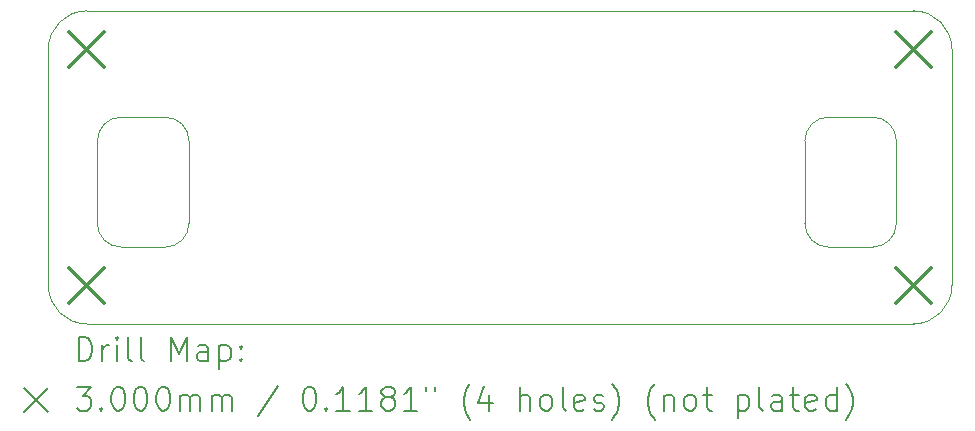
<source format=gbr>
%TF.GenerationSoftware,KiCad,Pcbnew,8.0.8*%
%TF.CreationDate,2026-01-07T21:13:13+09:00*%
%TF.ProjectId,emergency_board_NHK2026,656d6572-6765-46e6-9379-5f626f617264,rev?*%
%TF.SameCoordinates,Original*%
%TF.FileFunction,Drillmap*%
%TF.FilePolarity,Positive*%
%FSLAX45Y45*%
G04 Gerber Fmt 4.5, Leading zero omitted, Abs format (unit mm)*
G04 Created by KiCad (PCBNEW 8.0.8) date 2026-01-07 21:13:13*
%MOMM*%
%LPD*%
G01*
G04 APERTURE LIST*
%ADD10C,0.050000*%
%ADD11C,0.200000*%
%ADD12C,0.300000*%
G04 APERTURE END LIST*
D10*
X9325190Y-1999810D02*
G75*
G02*
X9650190Y-2324810I0J-325000D01*
G01*
X1999810Y-2324810D02*
G75*
G02*
X2324810Y-1999810I325000J0D01*
G01*
X2324810Y-4650190D02*
G75*
G02*
X1999810Y-4325190I0J325000D01*
G01*
X9650190Y-4325190D02*
G75*
G02*
X9325190Y-4650190I-325000J0D01*
G01*
X9325000Y-2000000D02*
X2324810Y-1999810D01*
X9650190Y-4325190D02*
X9650000Y-2325000D01*
X2324810Y-4650190D02*
X9325190Y-4650190D01*
X1999810Y-2324810D02*
X1999810Y-4325190D01*
X8605000Y-2900000D02*
X8980000Y-2900000D01*
X8605000Y-4000000D02*
X8980000Y-4000000D01*
X9180000Y-3800000D02*
X9180000Y-3100000D01*
X9180000Y-3800000D02*
G75*
G02*
X8980000Y-4000000I-200000J0D01*
G01*
X8405000Y-3100000D02*
G75*
G02*
X8605000Y-2900000I200000J0D01*
G01*
X8605000Y-4000000D02*
G75*
G02*
X8405000Y-3800000I0J200000D01*
G01*
X8980000Y-2900000D02*
G75*
G02*
X9180000Y-3100000I0J-200000D01*
G01*
X8405000Y-3100000D02*
X8405000Y-3800000D01*
X2990000Y-2900000D02*
G75*
G02*
X3190000Y-3100000I0J-200000D01*
G01*
X3190000Y-3800000D02*
G75*
G02*
X2990000Y-4000000I-200000J0D01*
G01*
X2615000Y-4000000D02*
G75*
G02*
X2415000Y-3800000I0J200000D01*
G01*
X2415000Y-3100000D02*
G75*
G02*
X2615000Y-2900000I200000J0D01*
G01*
X2615000Y-4000000D02*
X2990000Y-4000000D01*
X2615000Y-2900000D02*
X2990000Y-2900000D01*
X2415000Y-3100000D02*
X2415000Y-3800000D01*
X3190000Y-3800000D02*
X3190000Y-3100000D01*
D11*
D12*
X2175000Y-2175000D02*
X2475000Y-2475000D01*
X2475000Y-2175000D02*
X2175000Y-2475000D01*
X2175000Y-4175000D02*
X2475000Y-4475000D01*
X2475000Y-4175000D02*
X2175000Y-4475000D01*
X9175000Y-2175000D02*
X9475000Y-2475000D01*
X9475000Y-2175000D02*
X9175000Y-2475000D01*
X9175000Y-4175000D02*
X9475000Y-4475000D01*
X9475000Y-4175000D02*
X9175000Y-4475000D01*
D11*
X2258087Y-4964174D02*
X2258087Y-4764174D01*
X2258087Y-4764174D02*
X2305706Y-4764174D01*
X2305706Y-4764174D02*
X2334277Y-4773698D01*
X2334277Y-4773698D02*
X2353325Y-4792746D01*
X2353325Y-4792746D02*
X2362848Y-4811793D01*
X2362848Y-4811793D02*
X2372372Y-4849888D01*
X2372372Y-4849888D02*
X2372372Y-4878460D01*
X2372372Y-4878460D02*
X2362848Y-4916555D01*
X2362848Y-4916555D02*
X2353325Y-4935603D01*
X2353325Y-4935603D02*
X2334277Y-4954650D01*
X2334277Y-4954650D02*
X2305706Y-4964174D01*
X2305706Y-4964174D02*
X2258087Y-4964174D01*
X2458087Y-4964174D02*
X2458087Y-4830841D01*
X2458087Y-4868936D02*
X2467610Y-4849888D01*
X2467610Y-4849888D02*
X2477134Y-4840365D01*
X2477134Y-4840365D02*
X2496182Y-4830841D01*
X2496182Y-4830841D02*
X2515229Y-4830841D01*
X2581896Y-4964174D02*
X2581896Y-4830841D01*
X2581896Y-4764174D02*
X2572372Y-4773698D01*
X2572372Y-4773698D02*
X2581896Y-4783222D01*
X2581896Y-4783222D02*
X2591420Y-4773698D01*
X2591420Y-4773698D02*
X2581896Y-4764174D01*
X2581896Y-4764174D02*
X2581896Y-4783222D01*
X2705706Y-4964174D02*
X2686658Y-4954650D01*
X2686658Y-4954650D02*
X2677134Y-4935603D01*
X2677134Y-4935603D02*
X2677134Y-4764174D01*
X2810467Y-4964174D02*
X2791420Y-4954650D01*
X2791420Y-4954650D02*
X2781896Y-4935603D01*
X2781896Y-4935603D02*
X2781896Y-4764174D01*
X3039039Y-4964174D02*
X3039039Y-4764174D01*
X3039039Y-4764174D02*
X3105706Y-4907031D01*
X3105706Y-4907031D02*
X3172372Y-4764174D01*
X3172372Y-4764174D02*
X3172372Y-4964174D01*
X3353325Y-4964174D02*
X3353325Y-4859412D01*
X3353325Y-4859412D02*
X3343801Y-4840365D01*
X3343801Y-4840365D02*
X3324753Y-4830841D01*
X3324753Y-4830841D02*
X3286658Y-4830841D01*
X3286658Y-4830841D02*
X3267610Y-4840365D01*
X3353325Y-4954650D02*
X3334277Y-4964174D01*
X3334277Y-4964174D02*
X3286658Y-4964174D01*
X3286658Y-4964174D02*
X3267610Y-4954650D01*
X3267610Y-4954650D02*
X3258086Y-4935603D01*
X3258086Y-4935603D02*
X3258086Y-4916555D01*
X3258086Y-4916555D02*
X3267610Y-4897507D01*
X3267610Y-4897507D02*
X3286658Y-4887984D01*
X3286658Y-4887984D02*
X3334277Y-4887984D01*
X3334277Y-4887984D02*
X3353325Y-4878460D01*
X3448563Y-4830841D02*
X3448563Y-5030841D01*
X3448563Y-4840365D02*
X3467610Y-4830841D01*
X3467610Y-4830841D02*
X3505706Y-4830841D01*
X3505706Y-4830841D02*
X3524753Y-4840365D01*
X3524753Y-4840365D02*
X3534277Y-4849888D01*
X3534277Y-4849888D02*
X3543801Y-4868936D01*
X3543801Y-4868936D02*
X3543801Y-4926079D01*
X3543801Y-4926079D02*
X3534277Y-4945126D01*
X3534277Y-4945126D02*
X3524753Y-4954650D01*
X3524753Y-4954650D02*
X3505706Y-4964174D01*
X3505706Y-4964174D02*
X3467610Y-4964174D01*
X3467610Y-4964174D02*
X3448563Y-4954650D01*
X3629515Y-4945126D02*
X3639039Y-4954650D01*
X3639039Y-4954650D02*
X3629515Y-4964174D01*
X3629515Y-4964174D02*
X3619991Y-4954650D01*
X3619991Y-4954650D02*
X3629515Y-4945126D01*
X3629515Y-4945126D02*
X3629515Y-4964174D01*
X3629515Y-4840365D02*
X3639039Y-4849888D01*
X3639039Y-4849888D02*
X3629515Y-4859412D01*
X3629515Y-4859412D02*
X3619991Y-4849888D01*
X3619991Y-4849888D02*
X3629515Y-4840365D01*
X3629515Y-4840365D02*
X3629515Y-4859412D01*
X1797310Y-5192690D02*
X1997310Y-5392690D01*
X1997310Y-5192690D02*
X1797310Y-5392690D01*
X2239039Y-5184174D02*
X2362848Y-5184174D01*
X2362848Y-5184174D02*
X2296182Y-5260365D01*
X2296182Y-5260365D02*
X2324753Y-5260365D01*
X2324753Y-5260365D02*
X2343801Y-5269888D01*
X2343801Y-5269888D02*
X2353325Y-5279412D01*
X2353325Y-5279412D02*
X2362848Y-5298460D01*
X2362848Y-5298460D02*
X2362848Y-5346079D01*
X2362848Y-5346079D02*
X2353325Y-5365126D01*
X2353325Y-5365126D02*
X2343801Y-5374650D01*
X2343801Y-5374650D02*
X2324753Y-5384174D01*
X2324753Y-5384174D02*
X2267610Y-5384174D01*
X2267610Y-5384174D02*
X2248563Y-5374650D01*
X2248563Y-5374650D02*
X2239039Y-5365126D01*
X2448563Y-5365126D02*
X2458087Y-5374650D01*
X2458087Y-5374650D02*
X2448563Y-5384174D01*
X2448563Y-5384174D02*
X2439039Y-5374650D01*
X2439039Y-5374650D02*
X2448563Y-5365126D01*
X2448563Y-5365126D02*
X2448563Y-5384174D01*
X2581896Y-5184174D02*
X2600944Y-5184174D01*
X2600944Y-5184174D02*
X2619991Y-5193698D01*
X2619991Y-5193698D02*
X2629515Y-5203222D01*
X2629515Y-5203222D02*
X2639039Y-5222269D01*
X2639039Y-5222269D02*
X2648563Y-5260365D01*
X2648563Y-5260365D02*
X2648563Y-5307984D01*
X2648563Y-5307984D02*
X2639039Y-5346079D01*
X2639039Y-5346079D02*
X2629515Y-5365126D01*
X2629515Y-5365126D02*
X2619991Y-5374650D01*
X2619991Y-5374650D02*
X2600944Y-5384174D01*
X2600944Y-5384174D02*
X2581896Y-5384174D01*
X2581896Y-5384174D02*
X2562848Y-5374650D01*
X2562848Y-5374650D02*
X2553325Y-5365126D01*
X2553325Y-5365126D02*
X2543801Y-5346079D01*
X2543801Y-5346079D02*
X2534277Y-5307984D01*
X2534277Y-5307984D02*
X2534277Y-5260365D01*
X2534277Y-5260365D02*
X2543801Y-5222269D01*
X2543801Y-5222269D02*
X2553325Y-5203222D01*
X2553325Y-5203222D02*
X2562848Y-5193698D01*
X2562848Y-5193698D02*
X2581896Y-5184174D01*
X2772372Y-5184174D02*
X2791420Y-5184174D01*
X2791420Y-5184174D02*
X2810467Y-5193698D01*
X2810467Y-5193698D02*
X2819991Y-5203222D01*
X2819991Y-5203222D02*
X2829515Y-5222269D01*
X2829515Y-5222269D02*
X2839039Y-5260365D01*
X2839039Y-5260365D02*
X2839039Y-5307984D01*
X2839039Y-5307984D02*
X2829515Y-5346079D01*
X2829515Y-5346079D02*
X2819991Y-5365126D01*
X2819991Y-5365126D02*
X2810467Y-5374650D01*
X2810467Y-5374650D02*
X2791420Y-5384174D01*
X2791420Y-5384174D02*
X2772372Y-5384174D01*
X2772372Y-5384174D02*
X2753325Y-5374650D01*
X2753325Y-5374650D02*
X2743801Y-5365126D01*
X2743801Y-5365126D02*
X2734277Y-5346079D01*
X2734277Y-5346079D02*
X2724753Y-5307984D01*
X2724753Y-5307984D02*
X2724753Y-5260365D01*
X2724753Y-5260365D02*
X2734277Y-5222269D01*
X2734277Y-5222269D02*
X2743801Y-5203222D01*
X2743801Y-5203222D02*
X2753325Y-5193698D01*
X2753325Y-5193698D02*
X2772372Y-5184174D01*
X2962848Y-5184174D02*
X2981896Y-5184174D01*
X2981896Y-5184174D02*
X3000944Y-5193698D01*
X3000944Y-5193698D02*
X3010467Y-5203222D01*
X3010467Y-5203222D02*
X3019991Y-5222269D01*
X3019991Y-5222269D02*
X3029515Y-5260365D01*
X3029515Y-5260365D02*
X3029515Y-5307984D01*
X3029515Y-5307984D02*
X3019991Y-5346079D01*
X3019991Y-5346079D02*
X3010467Y-5365126D01*
X3010467Y-5365126D02*
X3000944Y-5374650D01*
X3000944Y-5374650D02*
X2981896Y-5384174D01*
X2981896Y-5384174D02*
X2962848Y-5384174D01*
X2962848Y-5384174D02*
X2943801Y-5374650D01*
X2943801Y-5374650D02*
X2934277Y-5365126D01*
X2934277Y-5365126D02*
X2924753Y-5346079D01*
X2924753Y-5346079D02*
X2915229Y-5307984D01*
X2915229Y-5307984D02*
X2915229Y-5260365D01*
X2915229Y-5260365D02*
X2924753Y-5222269D01*
X2924753Y-5222269D02*
X2934277Y-5203222D01*
X2934277Y-5203222D02*
X2943801Y-5193698D01*
X2943801Y-5193698D02*
X2962848Y-5184174D01*
X3115229Y-5384174D02*
X3115229Y-5250841D01*
X3115229Y-5269888D02*
X3124753Y-5260365D01*
X3124753Y-5260365D02*
X3143801Y-5250841D01*
X3143801Y-5250841D02*
X3172372Y-5250841D01*
X3172372Y-5250841D02*
X3191420Y-5260365D01*
X3191420Y-5260365D02*
X3200944Y-5279412D01*
X3200944Y-5279412D02*
X3200944Y-5384174D01*
X3200944Y-5279412D02*
X3210467Y-5260365D01*
X3210467Y-5260365D02*
X3229515Y-5250841D01*
X3229515Y-5250841D02*
X3258086Y-5250841D01*
X3258086Y-5250841D02*
X3277134Y-5260365D01*
X3277134Y-5260365D02*
X3286658Y-5279412D01*
X3286658Y-5279412D02*
X3286658Y-5384174D01*
X3381896Y-5384174D02*
X3381896Y-5250841D01*
X3381896Y-5269888D02*
X3391420Y-5260365D01*
X3391420Y-5260365D02*
X3410467Y-5250841D01*
X3410467Y-5250841D02*
X3439039Y-5250841D01*
X3439039Y-5250841D02*
X3458087Y-5260365D01*
X3458087Y-5260365D02*
X3467610Y-5279412D01*
X3467610Y-5279412D02*
X3467610Y-5384174D01*
X3467610Y-5279412D02*
X3477134Y-5260365D01*
X3477134Y-5260365D02*
X3496182Y-5250841D01*
X3496182Y-5250841D02*
X3524753Y-5250841D01*
X3524753Y-5250841D02*
X3543801Y-5260365D01*
X3543801Y-5260365D02*
X3553325Y-5279412D01*
X3553325Y-5279412D02*
X3553325Y-5384174D01*
X3943801Y-5174650D02*
X3772372Y-5431793D01*
X4200944Y-5184174D02*
X4219992Y-5184174D01*
X4219992Y-5184174D02*
X4239039Y-5193698D01*
X4239039Y-5193698D02*
X4248563Y-5203222D01*
X4248563Y-5203222D02*
X4258087Y-5222269D01*
X4258087Y-5222269D02*
X4267611Y-5260365D01*
X4267611Y-5260365D02*
X4267611Y-5307984D01*
X4267611Y-5307984D02*
X4258087Y-5346079D01*
X4258087Y-5346079D02*
X4248563Y-5365126D01*
X4248563Y-5365126D02*
X4239039Y-5374650D01*
X4239039Y-5374650D02*
X4219992Y-5384174D01*
X4219992Y-5384174D02*
X4200944Y-5384174D01*
X4200944Y-5384174D02*
X4181896Y-5374650D01*
X4181896Y-5374650D02*
X4172372Y-5365126D01*
X4172372Y-5365126D02*
X4162849Y-5346079D01*
X4162849Y-5346079D02*
X4153325Y-5307984D01*
X4153325Y-5307984D02*
X4153325Y-5260365D01*
X4153325Y-5260365D02*
X4162849Y-5222269D01*
X4162849Y-5222269D02*
X4172372Y-5203222D01*
X4172372Y-5203222D02*
X4181896Y-5193698D01*
X4181896Y-5193698D02*
X4200944Y-5184174D01*
X4353325Y-5365126D02*
X4362849Y-5374650D01*
X4362849Y-5374650D02*
X4353325Y-5384174D01*
X4353325Y-5384174D02*
X4343801Y-5374650D01*
X4343801Y-5374650D02*
X4353325Y-5365126D01*
X4353325Y-5365126D02*
X4353325Y-5384174D01*
X4553325Y-5384174D02*
X4439039Y-5384174D01*
X4496182Y-5384174D02*
X4496182Y-5184174D01*
X4496182Y-5184174D02*
X4477134Y-5212746D01*
X4477134Y-5212746D02*
X4458087Y-5231793D01*
X4458087Y-5231793D02*
X4439039Y-5241317D01*
X4743801Y-5384174D02*
X4629515Y-5384174D01*
X4686658Y-5384174D02*
X4686658Y-5184174D01*
X4686658Y-5184174D02*
X4667611Y-5212746D01*
X4667611Y-5212746D02*
X4648563Y-5231793D01*
X4648563Y-5231793D02*
X4629515Y-5241317D01*
X4858087Y-5269888D02*
X4839039Y-5260365D01*
X4839039Y-5260365D02*
X4829515Y-5250841D01*
X4829515Y-5250841D02*
X4819992Y-5231793D01*
X4819992Y-5231793D02*
X4819992Y-5222269D01*
X4819992Y-5222269D02*
X4829515Y-5203222D01*
X4829515Y-5203222D02*
X4839039Y-5193698D01*
X4839039Y-5193698D02*
X4858087Y-5184174D01*
X4858087Y-5184174D02*
X4896182Y-5184174D01*
X4896182Y-5184174D02*
X4915230Y-5193698D01*
X4915230Y-5193698D02*
X4924753Y-5203222D01*
X4924753Y-5203222D02*
X4934277Y-5222269D01*
X4934277Y-5222269D02*
X4934277Y-5231793D01*
X4934277Y-5231793D02*
X4924753Y-5250841D01*
X4924753Y-5250841D02*
X4915230Y-5260365D01*
X4915230Y-5260365D02*
X4896182Y-5269888D01*
X4896182Y-5269888D02*
X4858087Y-5269888D01*
X4858087Y-5269888D02*
X4839039Y-5279412D01*
X4839039Y-5279412D02*
X4829515Y-5288936D01*
X4829515Y-5288936D02*
X4819992Y-5307984D01*
X4819992Y-5307984D02*
X4819992Y-5346079D01*
X4819992Y-5346079D02*
X4829515Y-5365126D01*
X4829515Y-5365126D02*
X4839039Y-5374650D01*
X4839039Y-5374650D02*
X4858087Y-5384174D01*
X4858087Y-5384174D02*
X4896182Y-5384174D01*
X4896182Y-5384174D02*
X4915230Y-5374650D01*
X4915230Y-5374650D02*
X4924753Y-5365126D01*
X4924753Y-5365126D02*
X4934277Y-5346079D01*
X4934277Y-5346079D02*
X4934277Y-5307984D01*
X4934277Y-5307984D02*
X4924753Y-5288936D01*
X4924753Y-5288936D02*
X4915230Y-5279412D01*
X4915230Y-5279412D02*
X4896182Y-5269888D01*
X5124753Y-5384174D02*
X5010468Y-5384174D01*
X5067611Y-5384174D02*
X5067611Y-5184174D01*
X5067611Y-5184174D02*
X5048563Y-5212746D01*
X5048563Y-5212746D02*
X5029515Y-5231793D01*
X5029515Y-5231793D02*
X5010468Y-5241317D01*
X5200944Y-5184174D02*
X5200944Y-5222269D01*
X5277134Y-5184174D02*
X5277134Y-5222269D01*
X5572373Y-5460365D02*
X5562849Y-5450841D01*
X5562849Y-5450841D02*
X5543801Y-5422269D01*
X5543801Y-5422269D02*
X5534277Y-5403222D01*
X5534277Y-5403222D02*
X5524754Y-5374650D01*
X5524754Y-5374650D02*
X5515230Y-5327031D01*
X5515230Y-5327031D02*
X5515230Y-5288936D01*
X5515230Y-5288936D02*
X5524754Y-5241317D01*
X5524754Y-5241317D02*
X5534277Y-5212746D01*
X5534277Y-5212746D02*
X5543801Y-5193698D01*
X5543801Y-5193698D02*
X5562849Y-5165126D01*
X5562849Y-5165126D02*
X5572373Y-5155603D01*
X5734277Y-5250841D02*
X5734277Y-5384174D01*
X5686658Y-5174650D02*
X5639039Y-5317507D01*
X5639039Y-5317507D02*
X5762849Y-5317507D01*
X5991420Y-5384174D02*
X5991420Y-5184174D01*
X6077134Y-5384174D02*
X6077134Y-5279412D01*
X6077134Y-5279412D02*
X6067611Y-5260365D01*
X6067611Y-5260365D02*
X6048563Y-5250841D01*
X6048563Y-5250841D02*
X6019992Y-5250841D01*
X6019992Y-5250841D02*
X6000944Y-5260365D01*
X6000944Y-5260365D02*
X5991420Y-5269888D01*
X6200944Y-5384174D02*
X6181896Y-5374650D01*
X6181896Y-5374650D02*
X6172373Y-5365126D01*
X6172373Y-5365126D02*
X6162849Y-5346079D01*
X6162849Y-5346079D02*
X6162849Y-5288936D01*
X6162849Y-5288936D02*
X6172373Y-5269888D01*
X6172373Y-5269888D02*
X6181896Y-5260365D01*
X6181896Y-5260365D02*
X6200944Y-5250841D01*
X6200944Y-5250841D02*
X6229515Y-5250841D01*
X6229515Y-5250841D02*
X6248563Y-5260365D01*
X6248563Y-5260365D02*
X6258087Y-5269888D01*
X6258087Y-5269888D02*
X6267611Y-5288936D01*
X6267611Y-5288936D02*
X6267611Y-5346079D01*
X6267611Y-5346079D02*
X6258087Y-5365126D01*
X6258087Y-5365126D02*
X6248563Y-5374650D01*
X6248563Y-5374650D02*
X6229515Y-5384174D01*
X6229515Y-5384174D02*
X6200944Y-5384174D01*
X6381896Y-5384174D02*
X6362849Y-5374650D01*
X6362849Y-5374650D02*
X6353325Y-5355603D01*
X6353325Y-5355603D02*
X6353325Y-5184174D01*
X6534277Y-5374650D02*
X6515230Y-5384174D01*
X6515230Y-5384174D02*
X6477134Y-5384174D01*
X6477134Y-5384174D02*
X6458087Y-5374650D01*
X6458087Y-5374650D02*
X6448563Y-5355603D01*
X6448563Y-5355603D02*
X6448563Y-5279412D01*
X6448563Y-5279412D02*
X6458087Y-5260365D01*
X6458087Y-5260365D02*
X6477134Y-5250841D01*
X6477134Y-5250841D02*
X6515230Y-5250841D01*
X6515230Y-5250841D02*
X6534277Y-5260365D01*
X6534277Y-5260365D02*
X6543801Y-5279412D01*
X6543801Y-5279412D02*
X6543801Y-5298460D01*
X6543801Y-5298460D02*
X6448563Y-5317507D01*
X6619992Y-5374650D02*
X6639039Y-5384174D01*
X6639039Y-5384174D02*
X6677134Y-5384174D01*
X6677134Y-5384174D02*
X6696182Y-5374650D01*
X6696182Y-5374650D02*
X6705706Y-5355603D01*
X6705706Y-5355603D02*
X6705706Y-5346079D01*
X6705706Y-5346079D02*
X6696182Y-5327031D01*
X6696182Y-5327031D02*
X6677134Y-5317507D01*
X6677134Y-5317507D02*
X6648563Y-5317507D01*
X6648563Y-5317507D02*
X6629515Y-5307984D01*
X6629515Y-5307984D02*
X6619992Y-5288936D01*
X6619992Y-5288936D02*
X6619992Y-5279412D01*
X6619992Y-5279412D02*
X6629515Y-5260365D01*
X6629515Y-5260365D02*
X6648563Y-5250841D01*
X6648563Y-5250841D02*
X6677134Y-5250841D01*
X6677134Y-5250841D02*
X6696182Y-5260365D01*
X6772373Y-5460365D02*
X6781896Y-5450841D01*
X6781896Y-5450841D02*
X6800944Y-5422269D01*
X6800944Y-5422269D02*
X6810468Y-5403222D01*
X6810468Y-5403222D02*
X6819992Y-5374650D01*
X6819992Y-5374650D02*
X6829515Y-5327031D01*
X6829515Y-5327031D02*
X6829515Y-5288936D01*
X6829515Y-5288936D02*
X6819992Y-5241317D01*
X6819992Y-5241317D02*
X6810468Y-5212746D01*
X6810468Y-5212746D02*
X6800944Y-5193698D01*
X6800944Y-5193698D02*
X6781896Y-5165126D01*
X6781896Y-5165126D02*
X6772373Y-5155603D01*
X7134277Y-5460365D02*
X7124754Y-5450841D01*
X7124754Y-5450841D02*
X7105706Y-5422269D01*
X7105706Y-5422269D02*
X7096182Y-5403222D01*
X7096182Y-5403222D02*
X7086658Y-5374650D01*
X7086658Y-5374650D02*
X7077135Y-5327031D01*
X7077135Y-5327031D02*
X7077135Y-5288936D01*
X7077135Y-5288936D02*
X7086658Y-5241317D01*
X7086658Y-5241317D02*
X7096182Y-5212746D01*
X7096182Y-5212746D02*
X7105706Y-5193698D01*
X7105706Y-5193698D02*
X7124754Y-5165126D01*
X7124754Y-5165126D02*
X7134277Y-5155603D01*
X7210468Y-5250841D02*
X7210468Y-5384174D01*
X7210468Y-5269888D02*
X7219992Y-5260365D01*
X7219992Y-5260365D02*
X7239039Y-5250841D01*
X7239039Y-5250841D02*
X7267611Y-5250841D01*
X7267611Y-5250841D02*
X7286658Y-5260365D01*
X7286658Y-5260365D02*
X7296182Y-5279412D01*
X7296182Y-5279412D02*
X7296182Y-5384174D01*
X7419992Y-5384174D02*
X7400944Y-5374650D01*
X7400944Y-5374650D02*
X7391420Y-5365126D01*
X7391420Y-5365126D02*
X7381896Y-5346079D01*
X7381896Y-5346079D02*
X7381896Y-5288936D01*
X7381896Y-5288936D02*
X7391420Y-5269888D01*
X7391420Y-5269888D02*
X7400944Y-5260365D01*
X7400944Y-5260365D02*
X7419992Y-5250841D01*
X7419992Y-5250841D02*
X7448563Y-5250841D01*
X7448563Y-5250841D02*
X7467611Y-5260365D01*
X7467611Y-5260365D02*
X7477135Y-5269888D01*
X7477135Y-5269888D02*
X7486658Y-5288936D01*
X7486658Y-5288936D02*
X7486658Y-5346079D01*
X7486658Y-5346079D02*
X7477135Y-5365126D01*
X7477135Y-5365126D02*
X7467611Y-5374650D01*
X7467611Y-5374650D02*
X7448563Y-5384174D01*
X7448563Y-5384174D02*
X7419992Y-5384174D01*
X7543801Y-5250841D02*
X7619992Y-5250841D01*
X7572373Y-5184174D02*
X7572373Y-5355603D01*
X7572373Y-5355603D02*
X7581896Y-5374650D01*
X7581896Y-5374650D02*
X7600944Y-5384174D01*
X7600944Y-5384174D02*
X7619992Y-5384174D01*
X7839039Y-5250841D02*
X7839039Y-5450841D01*
X7839039Y-5260365D02*
X7858087Y-5250841D01*
X7858087Y-5250841D02*
X7896182Y-5250841D01*
X7896182Y-5250841D02*
X7915230Y-5260365D01*
X7915230Y-5260365D02*
X7924754Y-5269888D01*
X7924754Y-5269888D02*
X7934277Y-5288936D01*
X7934277Y-5288936D02*
X7934277Y-5346079D01*
X7934277Y-5346079D02*
X7924754Y-5365126D01*
X7924754Y-5365126D02*
X7915230Y-5374650D01*
X7915230Y-5374650D02*
X7896182Y-5384174D01*
X7896182Y-5384174D02*
X7858087Y-5384174D01*
X7858087Y-5384174D02*
X7839039Y-5374650D01*
X8048563Y-5384174D02*
X8029516Y-5374650D01*
X8029516Y-5374650D02*
X8019992Y-5355603D01*
X8019992Y-5355603D02*
X8019992Y-5184174D01*
X8210468Y-5384174D02*
X8210468Y-5279412D01*
X8210468Y-5279412D02*
X8200944Y-5260365D01*
X8200944Y-5260365D02*
X8181897Y-5250841D01*
X8181897Y-5250841D02*
X8143801Y-5250841D01*
X8143801Y-5250841D02*
X8124754Y-5260365D01*
X8210468Y-5374650D02*
X8191420Y-5384174D01*
X8191420Y-5384174D02*
X8143801Y-5384174D01*
X8143801Y-5384174D02*
X8124754Y-5374650D01*
X8124754Y-5374650D02*
X8115230Y-5355603D01*
X8115230Y-5355603D02*
X8115230Y-5336555D01*
X8115230Y-5336555D02*
X8124754Y-5317507D01*
X8124754Y-5317507D02*
X8143801Y-5307984D01*
X8143801Y-5307984D02*
X8191420Y-5307984D01*
X8191420Y-5307984D02*
X8210468Y-5298460D01*
X8277135Y-5250841D02*
X8353325Y-5250841D01*
X8305706Y-5184174D02*
X8305706Y-5355603D01*
X8305706Y-5355603D02*
X8315230Y-5374650D01*
X8315230Y-5374650D02*
X8334277Y-5384174D01*
X8334277Y-5384174D02*
X8353325Y-5384174D01*
X8496182Y-5374650D02*
X8477135Y-5384174D01*
X8477135Y-5384174D02*
X8439039Y-5384174D01*
X8439039Y-5384174D02*
X8419992Y-5374650D01*
X8419992Y-5374650D02*
X8410468Y-5355603D01*
X8410468Y-5355603D02*
X8410468Y-5279412D01*
X8410468Y-5279412D02*
X8419992Y-5260365D01*
X8419992Y-5260365D02*
X8439039Y-5250841D01*
X8439039Y-5250841D02*
X8477135Y-5250841D01*
X8477135Y-5250841D02*
X8496182Y-5260365D01*
X8496182Y-5260365D02*
X8505706Y-5279412D01*
X8505706Y-5279412D02*
X8505706Y-5298460D01*
X8505706Y-5298460D02*
X8410468Y-5317507D01*
X8677135Y-5384174D02*
X8677135Y-5184174D01*
X8677135Y-5374650D02*
X8658087Y-5384174D01*
X8658087Y-5384174D02*
X8619992Y-5384174D01*
X8619992Y-5384174D02*
X8600944Y-5374650D01*
X8600944Y-5374650D02*
X8591420Y-5365126D01*
X8591420Y-5365126D02*
X8581897Y-5346079D01*
X8581897Y-5346079D02*
X8581897Y-5288936D01*
X8581897Y-5288936D02*
X8591420Y-5269888D01*
X8591420Y-5269888D02*
X8600944Y-5260365D01*
X8600944Y-5260365D02*
X8619992Y-5250841D01*
X8619992Y-5250841D02*
X8658087Y-5250841D01*
X8658087Y-5250841D02*
X8677135Y-5260365D01*
X8753325Y-5460365D02*
X8762849Y-5450841D01*
X8762849Y-5450841D02*
X8781897Y-5422269D01*
X8781897Y-5422269D02*
X8791420Y-5403222D01*
X8791420Y-5403222D02*
X8800944Y-5374650D01*
X8800944Y-5374650D02*
X8810468Y-5327031D01*
X8810468Y-5327031D02*
X8810468Y-5288936D01*
X8810468Y-5288936D02*
X8800944Y-5241317D01*
X8800944Y-5241317D02*
X8791420Y-5212746D01*
X8791420Y-5212746D02*
X8781897Y-5193698D01*
X8781897Y-5193698D02*
X8762849Y-5165126D01*
X8762849Y-5165126D02*
X8753325Y-5155603D01*
M02*

</source>
